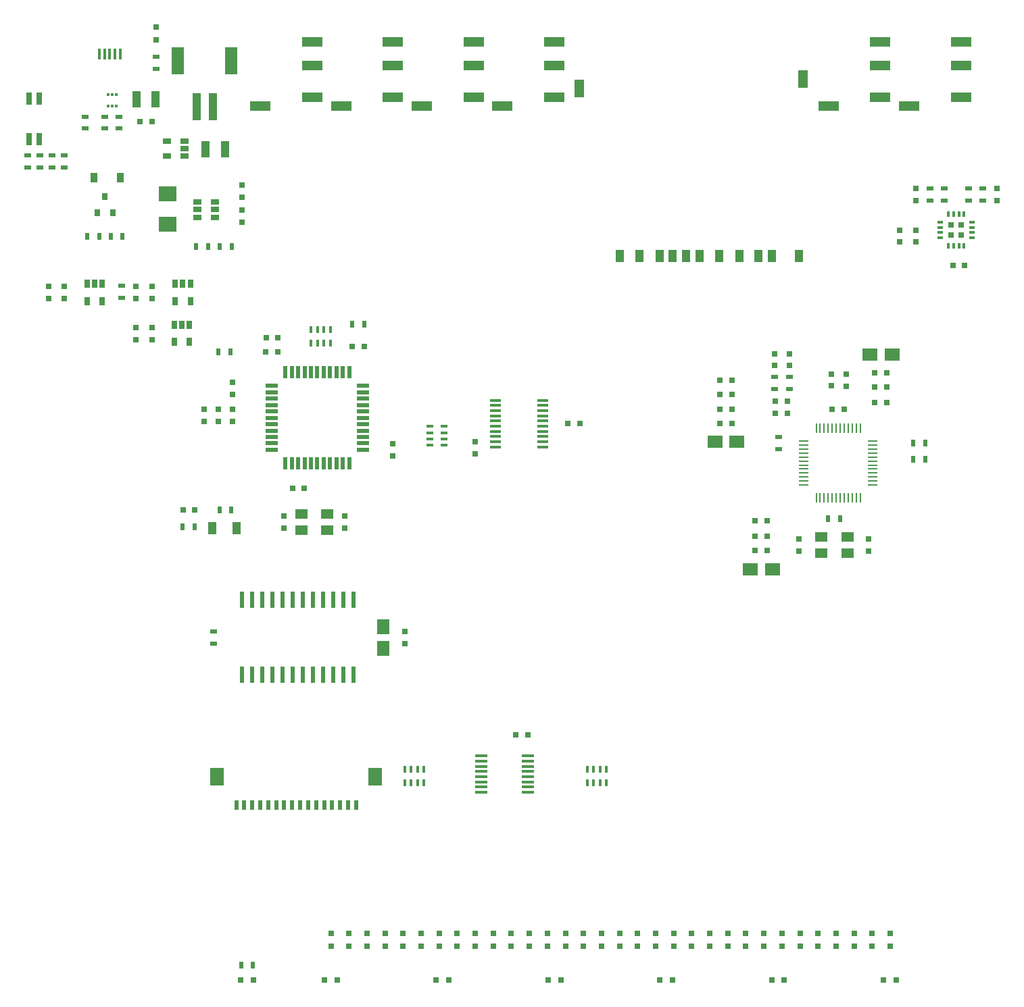
<source format=gtp>
G04 #@! TF.FileFunction,Paste,Top*
%FSLAX46Y46*%
G04 Gerber Fmt 4.6, Leading zero omitted, Abs format (unit mm)*
G04 Created by KiCad (PCBNEW 4.0.7-e2-6376~58~ubuntu16.04.1) date Thu Nov  2 15:42:12 2017*
%MOMM*%
%LPD*%
G01*
G04 APERTURE LIST*
%ADD10C,0.100000*%
%ADD11R,0.800000X0.750000*%
%ADD12R,0.750000X0.800000*%
%ADD13R,1.950000X1.500000*%
%ADD14R,1.500000X1.950000*%
%ADD15R,1.000000X1.600000*%
%ADD16R,0.800000X0.800000*%
%ADD17R,0.900000X1.200000*%
%ADD18R,1.140000X2.030000*%
%ADD19R,0.650000X1.060000*%
%ADD20R,1.060000X0.650000*%
%ADD21R,2.500000X1.200000*%
%ADD22R,1.000000X1.500000*%
%ADD23R,1.200000X2.200000*%
%ADD24R,0.400000X1.350000*%
%ADD25R,1.000000X3.500000*%
%ADD26R,1.500000X3.400000*%
%ADD27R,0.500000X0.900000*%
%ADD28R,0.800000X0.900000*%
%ADD29R,0.900000X0.500000*%
%ADD30R,0.400000X0.900000*%
%ADD31R,0.760000X1.600000*%
%ADD32R,1.500000X0.550000*%
%ADD33R,0.550000X1.500000*%
%ADD34R,1.300000X0.250000*%
%ADD35R,0.250000X1.300000*%
%ADD36R,0.600000X2.000000*%
%ADD37R,1.500000X0.450000*%
%ADD38R,1.450000X0.450000*%
%ADD39R,1.600000X1.300000*%
%ADD40R,0.300000X0.450000*%
%ADD41R,0.800000X0.350000*%
%ADD42R,0.350000X0.800000*%
%ADD43R,0.750000X0.750000*%
%ADD44R,0.900000X0.400000*%
%ADD45R,1.800000X2.200000*%
%ADD46R,0.600000X1.300000*%
%ADD47R,2.286000X1.854500*%
G04 APERTURE END LIST*
D10*
D11*
X26259500Y48146000D03*
X27759500Y48146000D03*
D12*
X46531500Y45812000D03*
X46531500Y47312000D03*
X38911500Y47336000D03*
X38911500Y45836000D03*
X30680500Y59195000D03*
X30680500Y60695000D03*
X28902500Y59195000D03*
X28902500Y60695000D03*
X32458500Y60719000D03*
X32458500Y59219000D03*
D11*
X38173500Y69736000D03*
X36673500Y69736000D03*
X39975500Y50813000D03*
X41475500Y50813000D03*
X47468500Y68593000D03*
X48968500Y68593000D03*
D12*
X52524500Y56401000D03*
X52524500Y54901000D03*
D11*
X38149500Y67958000D03*
X36649500Y67958000D03*
D12*
X103388000Y44463000D03*
X103388000Y42963000D03*
X112151000Y42951000D03*
X112151000Y44451000D03*
D11*
X109079000Y60719000D03*
X107579000Y60719000D03*
X97927000Y46749000D03*
X99427000Y46749000D03*
X97927000Y44844000D03*
X99427000Y44844000D03*
X97927000Y43066000D03*
X99427000Y43066000D03*
D13*
X100086000Y40653000D03*
X97336000Y40653000D03*
D11*
X100491000Y61735000D03*
X101991000Y61735000D03*
X100491000Y60211000D03*
X101991000Y60211000D03*
X93506000Y64402000D03*
X95006000Y64402000D03*
X93506000Y62624000D03*
X95006000Y62624000D03*
X93506000Y60719000D03*
X95006000Y60719000D03*
X93506000Y58941000D03*
X95006000Y58941000D03*
D13*
X95641000Y56655000D03*
X92891000Y56655000D03*
D12*
X107452000Y63652000D03*
X107452000Y65152000D03*
X109357000Y63640000D03*
X109357000Y65140000D03*
X100340000Y67704000D03*
X100340000Y66204000D03*
X102245000Y67704000D03*
X102245000Y66204000D03*
D11*
X112937000Y61608000D03*
X114437000Y61608000D03*
X112913000Y63513000D03*
X114413000Y63513000D03*
X112913000Y65291000D03*
X114413000Y65291000D03*
D13*
X115072000Y67577000D03*
X112322000Y67577000D03*
D12*
X116024500Y83198000D03*
X116024500Y81698000D03*
X118056500Y81698000D03*
X118056500Y83198000D03*
D11*
X124203300Y78753000D03*
X122703300Y78753000D03*
D12*
X118056500Y86881000D03*
X118056500Y88381000D03*
X128216500Y86905000D03*
X128216500Y88405000D03*
D11*
X20913500Y96787000D03*
X22413500Y96787000D03*
D12*
X11430400Y76111400D03*
X11430400Y74611400D03*
X9422400Y76111400D03*
X9422400Y74611400D03*
X20344400Y70967900D03*
X20344400Y69467900D03*
X33628600Y88838200D03*
X33628600Y87338200D03*
X22376400Y70967900D03*
X22376400Y69467900D03*
X33628600Y84187200D03*
X33628600Y85687200D03*
D14*
X51375000Y30750000D03*
X51375000Y33500000D03*
D12*
X54075000Y32875000D03*
X54075000Y31375000D03*
D11*
X69467000Y19952000D03*
X67967000Y19952000D03*
X76007500Y58941000D03*
X74507500Y58941000D03*
D12*
X62875000Y56643000D03*
X62875000Y55143000D03*
D15*
X32966500Y45860000D03*
X29966500Y45860000D03*
D16*
X22905500Y108636000D03*
X22905500Y107036000D03*
D17*
X18413000Y89802000D03*
X15113000Y89802000D03*
D16*
X35100000Y-10800000D03*
X33500000Y-10800000D03*
X44800000Y-6600000D03*
X44800000Y-5000000D03*
X47060000Y-6600000D03*
X47060000Y-5000000D03*
X49320000Y-6600000D03*
X49320000Y-5000000D03*
X51579999Y-6600000D03*
X51579999Y-5000000D03*
X53840000Y-6600000D03*
X53840000Y-5000000D03*
X56100000Y-6600000D03*
X56100000Y-5000000D03*
X58360000Y-6600000D03*
X58360000Y-5000000D03*
X60620000Y-6600000D03*
X60620000Y-5000000D03*
X62880000Y-6600000D03*
X62880000Y-5000000D03*
X65140000Y-6600000D03*
X65140000Y-5000000D03*
X67400000Y-6600000D03*
X67400000Y-5000000D03*
X69660000Y-6600000D03*
X69660000Y-5000000D03*
X71920000Y-6600000D03*
X71920000Y-5000000D03*
X74180000Y-6600000D03*
X74180000Y-5000000D03*
X76440000Y-6600000D03*
X76440000Y-5000000D03*
X78700000Y-6600000D03*
X78700000Y-5000000D03*
X80959999Y-6600000D03*
X80959999Y-5000000D03*
X83220000Y-6600000D03*
X83220000Y-5000000D03*
X85480000Y-6600000D03*
X85480000Y-5000000D03*
X87740000Y-6600000D03*
X87740000Y-5000000D03*
X90000000Y-6600000D03*
X90000000Y-5000000D03*
X92260000Y-6600000D03*
X92260000Y-5000000D03*
X94519999Y-6600000D03*
X94519999Y-5000000D03*
X96780000Y-6600000D03*
X96780000Y-5000000D03*
X99040000Y-6600000D03*
X99040000Y-5000000D03*
X101299999Y-6600000D03*
X101299999Y-5000000D03*
X103560000Y-6600000D03*
X103560000Y-5000000D03*
X105820000Y-6600000D03*
X105820000Y-5000000D03*
X108079999Y-6600000D03*
X108079999Y-5000000D03*
X110339999Y-6600000D03*
X110339999Y-5000000D03*
X112600000Y-6600000D03*
X112600000Y-5000000D03*
X114860000Y-6600000D03*
X114860000Y-5000000D03*
X45600000Y-10800000D03*
X44000000Y-10800000D03*
X59600000Y-10800000D03*
X58000000Y-10800000D03*
X73600000Y-10800000D03*
X72000000Y-10800000D03*
X87600000Y-10800000D03*
X86000000Y-10800000D03*
X101600000Y-10800000D03*
X100000000Y-10800000D03*
X115600000Y-10800000D03*
X114000000Y-10800000D03*
D18*
X22863500Y99581000D03*
X20463500Y99581000D03*
X31510000Y93358000D03*
X29110000Y93358000D03*
D19*
X16153400Y76492400D03*
X15203400Y76492400D03*
X14253400Y76492400D03*
X14253400Y74292400D03*
X16153400Y74292400D03*
D20*
X26471000Y92474000D03*
X26471000Y93424000D03*
X26471000Y94374000D03*
X24271000Y94374000D03*
X24271000Y92474000D03*
D19*
X27075400Y71348900D03*
X26125400Y71348900D03*
X25175400Y71348900D03*
X25175400Y69148900D03*
X27075400Y69148900D03*
D20*
X28040600Y86698200D03*
X28040600Y85748200D03*
X28040600Y84798200D03*
X30240600Y84798200D03*
X30240600Y86698200D03*
X30240600Y85748200D03*
D21*
X107123000Y98707500D03*
X113623000Y99807500D03*
X113623000Y103807500D03*
X113623000Y106807500D03*
X117219500Y98707500D03*
X123719500Y99807500D03*
X123719500Y103807500D03*
X123719500Y106807500D03*
D22*
X83456000Y79938000D03*
X85956000Y79938000D03*
X89256000Y79938000D03*
X90956000Y79938000D03*
X93456000Y79938000D03*
X95956000Y79938000D03*
X98376000Y79938000D03*
X100076000Y79938000D03*
X80956000Y79938000D03*
X87606000Y79938000D03*
X103426000Y79938000D03*
D23*
X75926000Y100938000D03*
X103926000Y102138000D03*
D24*
X18395000Y105300000D03*
X17745000Y105300000D03*
X17095000Y105300000D03*
X16445000Y105300000D03*
X15795000Y105300000D03*
D25*
X30000000Y98625000D03*
X28000000Y98625000D03*
D26*
X32350000Y104375000D03*
X25650000Y104375000D03*
D21*
X35972000Y98707500D03*
X42472000Y99807500D03*
X42472000Y103807500D03*
X42472000Y106807500D03*
X46068500Y98707500D03*
X52568500Y99807500D03*
X52568500Y103807500D03*
X52568500Y106807500D03*
D27*
X30704500Y67958000D03*
X32204500Y67958000D03*
D28*
X15559000Y85389000D03*
X17459000Y85389000D03*
X16509000Y87389000D03*
D27*
X27735500Y45987000D03*
X26235500Y45987000D03*
X32331500Y48146000D03*
X30831500Y48146000D03*
X48968500Y71387000D03*
X47468500Y71387000D03*
D29*
X100848000Y57266000D03*
X100848000Y55766000D03*
D27*
X107095000Y47003000D03*
X108595000Y47003000D03*
X117751000Y56528000D03*
X119251000Y56528000D03*
X117763000Y54496000D03*
X119263000Y54496000D03*
D29*
X100340000Y64783000D03*
X100340000Y63283000D03*
X102245000Y64783000D03*
X102245000Y63283000D03*
X121612500Y88405000D03*
X121612500Y86905000D03*
X124660500Y86905000D03*
X124660500Y88405000D03*
X119834500Y88405000D03*
X119834500Y86905000D03*
X126438500Y88405000D03*
X126438500Y86905000D03*
X16517400Y95922000D03*
X16517400Y97422000D03*
X18295400Y95922000D03*
X18295400Y97422000D03*
X22905500Y103391000D03*
X22905500Y104891000D03*
X6857000Y92572000D03*
X6857000Y91072000D03*
X8381000Y92572000D03*
X8381000Y91072000D03*
X9905000Y92572000D03*
X9905000Y91072000D03*
X11429000Y92572000D03*
X11429000Y91072000D03*
D27*
X32358600Y81115200D03*
X30858600Y81115200D03*
X29437600Y81115200D03*
X27937600Y81115200D03*
X18707500Y82436000D03*
X17207500Y82436000D03*
X15786500Y82436000D03*
X14286500Y82436000D03*
X33550000Y-8941000D03*
X35050000Y-8941000D03*
D29*
X30075000Y32875000D03*
X30075000Y31375000D03*
D30*
X54855000Y13895000D03*
X55655000Y13895000D03*
X54055000Y13895000D03*
X56455000Y13895000D03*
X54055000Y15595000D03*
X54855000Y15595000D03*
X55655000Y15595000D03*
X56455000Y15595000D03*
X77715000Y13895000D03*
X78515000Y13895000D03*
X76915000Y13895000D03*
X79315000Y13895000D03*
X76915000Y15595000D03*
X77715000Y15595000D03*
X78515000Y15595000D03*
X79315000Y15595000D03*
D31*
X6984000Y94628000D03*
X8254000Y99708000D03*
X8254000Y94628000D03*
X6984000Y99708000D03*
D32*
X37402500Y63655000D03*
X37402500Y62855000D03*
X37402500Y62055000D03*
X37402500Y61255000D03*
X37402500Y60455000D03*
X37402500Y59655000D03*
X37402500Y58855000D03*
X37402500Y58055000D03*
X37402500Y57255000D03*
X37402500Y56455000D03*
X37402500Y55655000D03*
D33*
X39102500Y53955000D03*
X39902500Y53955000D03*
X40702500Y53955000D03*
X41502500Y53955000D03*
X42302500Y53955000D03*
X43102500Y53955000D03*
X43902500Y53955000D03*
X44702500Y53955000D03*
X45502500Y53955000D03*
X46302500Y53955000D03*
X47102500Y53955000D03*
D32*
X48802500Y55655000D03*
X48802500Y56455000D03*
X48802500Y57255000D03*
X48802500Y58055000D03*
X48802500Y58855000D03*
X48802500Y59655000D03*
X48802500Y60455000D03*
X48802500Y61255000D03*
X48802500Y62055000D03*
X48802500Y62855000D03*
X48802500Y63655000D03*
D33*
X47102500Y65355000D03*
X46302500Y65355000D03*
X45502500Y65355000D03*
X44702500Y65355000D03*
X43902500Y65355000D03*
X43102500Y65355000D03*
X42302500Y65355000D03*
X41502500Y65355000D03*
X40702500Y65355000D03*
X39902500Y65355000D03*
X39102500Y65355000D03*
D34*
X103991000Y56738000D03*
X103991000Y56238000D03*
X103991000Y55738000D03*
X103991000Y55238000D03*
X103991000Y54738000D03*
X103991000Y54238000D03*
X103991000Y53738000D03*
X103991000Y53238000D03*
X103991000Y52738000D03*
X103991000Y52238000D03*
X103991000Y51738000D03*
X103991000Y51238000D03*
D35*
X105591000Y49638000D03*
X106091000Y49638000D03*
X106591000Y49638000D03*
X107091000Y49638000D03*
X107591000Y49638000D03*
X108091000Y49638000D03*
X108591000Y49638000D03*
X109091000Y49638000D03*
X109591000Y49638000D03*
X110091000Y49638000D03*
X110591000Y49638000D03*
X111091000Y49638000D03*
D34*
X112691000Y51238000D03*
X112691000Y51738000D03*
X112691000Y52238000D03*
X112691000Y52738000D03*
X112691000Y53238000D03*
X112691000Y53738000D03*
X112691000Y54238000D03*
X112691000Y54738000D03*
X112691000Y55238000D03*
X112691000Y55738000D03*
X112691000Y56238000D03*
X112691000Y56738000D03*
D35*
X111091000Y58338000D03*
X110591000Y58338000D03*
X110091000Y58338000D03*
X109591000Y58338000D03*
X109091000Y58338000D03*
X108591000Y58338000D03*
X108091000Y58338000D03*
X107591000Y58338000D03*
X107091000Y58338000D03*
X106591000Y58338000D03*
X106091000Y58338000D03*
X105591000Y58338000D03*
D36*
X47610000Y36825000D03*
X46340000Y36825000D03*
X45070000Y36825000D03*
X43800000Y36825000D03*
X42530000Y36825000D03*
X41260000Y36825000D03*
X39990000Y36825000D03*
X38720000Y36825000D03*
X37450000Y36825000D03*
X36180000Y36825000D03*
X34910000Y36825000D03*
X33640000Y36825000D03*
X33640000Y27425000D03*
X34910000Y27425000D03*
X36180000Y27425000D03*
X37450000Y27425000D03*
X38720000Y27425000D03*
X39990000Y27425000D03*
X41260000Y27425000D03*
X42530000Y27425000D03*
X43800000Y27425000D03*
X45070000Y27425000D03*
X46340000Y27425000D03*
X47610000Y27425000D03*
D37*
X63608000Y17274000D03*
X63608000Y16624000D03*
X63608000Y15974000D03*
X63608000Y15324000D03*
X63608000Y14674000D03*
X63608000Y14024000D03*
X63608000Y13374000D03*
X63608000Y12724000D03*
X69508000Y12724000D03*
X69508000Y13374000D03*
X69508000Y14024000D03*
X69508000Y14674000D03*
X69508000Y15324000D03*
X69508000Y15974000D03*
X69508000Y16624000D03*
X69508000Y17274000D03*
D38*
X71320500Y56012000D03*
X71320500Y56662000D03*
X71320500Y57312000D03*
X71320500Y57962000D03*
X71320500Y58612000D03*
X71320500Y59262000D03*
X71320500Y59912000D03*
X71320500Y60562000D03*
X71320500Y61212000D03*
X71320500Y61862000D03*
X65420500Y61862000D03*
X65420500Y61212000D03*
X65420500Y60562000D03*
X65420500Y59912000D03*
X65420500Y59262000D03*
X65420500Y58612000D03*
X65420500Y57962000D03*
X65420500Y57312000D03*
X65420500Y56662000D03*
X65420500Y56012000D03*
D39*
X44372500Y47590000D03*
X41072500Y47590000D03*
X41072500Y45590000D03*
X44372500Y45590000D03*
X106183000Y42701000D03*
X109483000Y42701000D03*
X109483000Y44701000D03*
X106183000Y44701000D03*
D40*
X16909000Y98779400D03*
X17909000Y98779400D03*
X17409000Y100179400D03*
X17409000Y98779400D03*
X17909000Y100179400D03*
X16909000Y100179400D03*
D41*
X121136500Y84173000D03*
X121136500Y83523000D03*
X121136500Y82873000D03*
X121136500Y82223000D03*
D42*
X122161500Y81198000D03*
X122811500Y81198000D03*
X123461500Y81198000D03*
X124111500Y81198000D03*
D41*
X125136500Y82223000D03*
X125136500Y82873000D03*
X125136500Y83523000D03*
X125136500Y84173000D03*
D42*
X124111500Y85198000D03*
X123461500Y85198000D03*
X122811500Y85198000D03*
X122161500Y85198000D03*
D43*
X123761500Y82573000D03*
X123761500Y83823000D03*
X122511500Y82573000D03*
X122511500Y83823000D03*
D44*
X58938000Y56998000D03*
X58938000Y57798000D03*
X58938000Y56198000D03*
X58938000Y58598000D03*
X57238000Y56198000D03*
X57238000Y56998000D03*
X57238000Y57798000D03*
X57238000Y58598000D03*
D45*
X50350000Y14675000D03*
D46*
X39950000Y11075000D03*
X38950000Y11075000D03*
X37950000Y11075000D03*
X41950000Y11075000D03*
X42950000Y11075000D03*
X40950000Y11075000D03*
D45*
X30550000Y14675000D03*
D46*
X46950000Y11075000D03*
X45950000Y11075000D03*
X44950000Y11075000D03*
X43950000Y11075000D03*
X47950000Y11075000D03*
X34950000Y11075000D03*
X33950000Y11075000D03*
X32950000Y11075000D03*
X35950000Y11075000D03*
X36950000Y11075000D03*
D47*
X24357600Y83921950D03*
X24357600Y87706450D03*
D12*
X32471200Y64073200D03*
X32471200Y62573200D03*
X22425500Y76149500D03*
X22425500Y74649500D03*
X20330000Y76149500D03*
X20330000Y74649500D03*
D19*
X27188000Y76467000D03*
X26238000Y76467000D03*
X25288000Y76467000D03*
X25288000Y74267000D03*
X27188000Y74267000D03*
D29*
X13980000Y97422000D03*
X13980000Y95922000D03*
X18552000Y76189000D03*
X18552000Y74689000D03*
D21*
X56165000Y98707500D03*
X62665000Y99807500D03*
X62665000Y103807500D03*
X62665000Y106807500D03*
X66261500Y98707500D03*
X72761500Y99807500D03*
X72761500Y103807500D03*
X72761500Y106807500D03*
D30*
X43114000Y69052000D03*
X43914000Y69052000D03*
X42314000Y69052000D03*
X44714000Y69052000D03*
X42314000Y70752000D03*
X43114000Y70752000D03*
X43914000Y70752000D03*
X44714000Y70752000D03*
M02*

</source>
